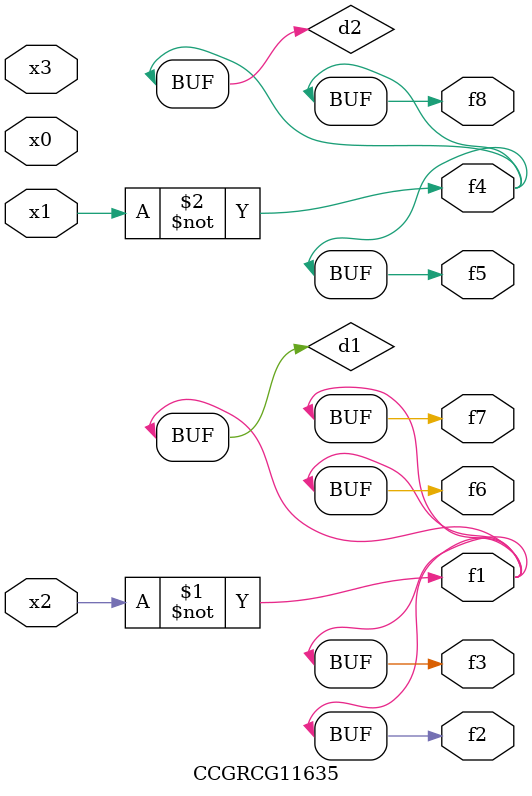
<source format=v>
module CCGRCG11635(
	input x0, x1, x2, x3,
	output f1, f2, f3, f4, f5, f6, f7, f8
);

	wire d1, d2;

	xnor (d1, x2);
	not (d2, x1);
	assign f1 = d1;
	assign f2 = d1;
	assign f3 = d1;
	assign f4 = d2;
	assign f5 = d2;
	assign f6 = d1;
	assign f7 = d1;
	assign f8 = d2;
endmodule

</source>
